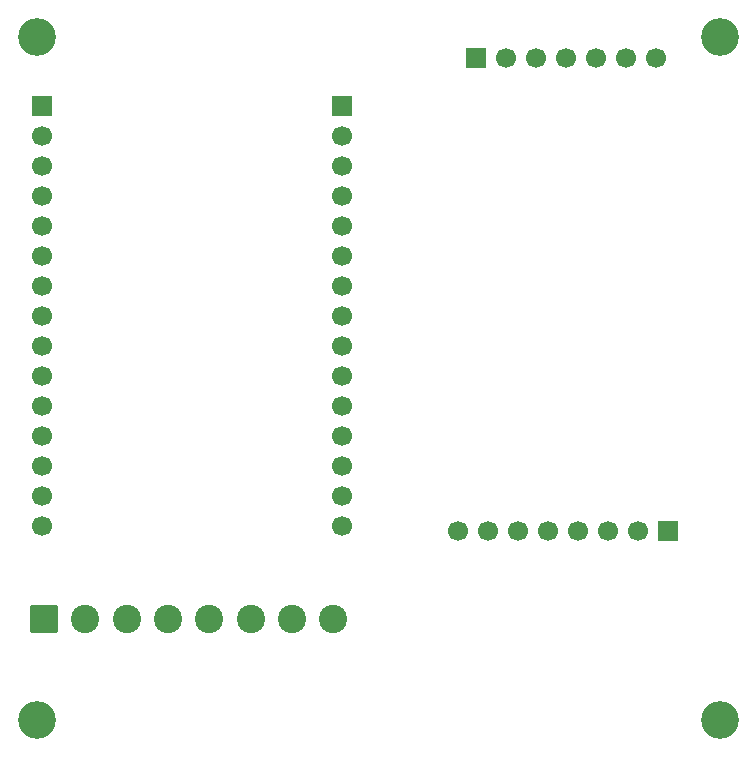
<source format=gts>
%TF.GenerationSoftware,KiCad,Pcbnew,9.0.5*%
%TF.CreationDate,2025-12-28T15:22:45+02:00*%
%TF.ProjectId,base-schematic-02,62617365-2d73-4636-9865-6d617469632d,rev?*%
%TF.SameCoordinates,Original*%
%TF.FileFunction,Soldermask,Top*%
%TF.FilePolarity,Negative*%
%FSLAX46Y46*%
G04 Gerber Fmt 4.6, Leading zero omitted, Abs format (unit mm)*
G04 Created by KiCad (PCBNEW 9.0.5) date 2025-12-28 15:22:45*
%MOMM*%
%LPD*%
G01*
G04 APERTURE LIST*
G04 Aperture macros list*
%AMRoundRect*
0 Rectangle with rounded corners*
0 $1 Rounding radius*
0 $2 $3 $4 $5 $6 $7 $8 $9 X,Y pos of 4 corners*
0 Add a 4 corners polygon primitive as box body*
4,1,4,$2,$3,$4,$5,$6,$7,$8,$9,$2,$3,0*
0 Add four circle primitives for the rounded corners*
1,1,$1+$1,$2,$3*
1,1,$1+$1,$4,$5*
1,1,$1+$1,$6,$7*
1,1,$1+$1,$8,$9*
0 Add four rect primitives between the rounded corners*
20,1,$1+$1,$2,$3,$4,$5,0*
20,1,$1+$1,$4,$5,$6,$7,0*
20,1,$1+$1,$6,$7,$8,$9,0*
20,1,$1+$1,$8,$9,$2,$3,0*%
G04 Aperture macros list end*
%ADD10R,1.700000X1.700000*%
%ADD11C,1.700000*%
%ADD12C,3.200000*%
%ADD13RoundRect,0.250001X-0.949999X-0.949999X0.949999X-0.949999X0.949999X0.949999X-0.949999X0.949999X0*%
%ADD14C,2.400000*%
G04 APERTURE END LIST*
D10*
%TO.C,J2*%
X79400000Y-59460000D03*
D11*
X79400000Y-62000000D03*
X79400000Y-64540000D03*
X79400000Y-67080000D03*
X79400000Y-69620000D03*
X79400000Y-72160000D03*
X79400000Y-74700000D03*
X79400000Y-77240000D03*
X79400000Y-79780000D03*
X79400000Y-82320000D03*
X79400000Y-84860000D03*
X79400000Y-87400000D03*
X79400000Y-89940000D03*
X79400000Y-92480000D03*
X79400000Y-95020000D03*
%TD*%
D10*
%TO.C,J1*%
X54000000Y-59460000D03*
D11*
X54000000Y-62000000D03*
X54000000Y-64540000D03*
X54000000Y-67080000D03*
X54000000Y-69620000D03*
X54000000Y-72160000D03*
X54000000Y-74700000D03*
X54000000Y-77240000D03*
X54000000Y-79780000D03*
X54000000Y-82320000D03*
X54000000Y-84860000D03*
X54000000Y-87400000D03*
X54000000Y-89940000D03*
X54000000Y-92480000D03*
X54000000Y-95020000D03*
%TD*%
D12*
%TO.C,H1*%
X53600000Y-53600000D03*
%TD*%
D10*
%TO.C,J3-DAC1*%
X90750000Y-55325000D03*
D11*
X93290000Y-55325000D03*
X95830000Y-55325000D03*
X98370000Y-55325000D03*
X100910000Y-55325000D03*
X103450000Y-55325000D03*
X105990000Y-55325000D03*
%TD*%
D12*
%TO.C,H4*%
X53600000Y-111400000D03*
%TD*%
D13*
%TO.C,J4*%
X54200000Y-102875000D03*
D14*
X57700000Y-102875000D03*
X61200000Y-102875000D03*
X64700000Y-102875000D03*
X68200000Y-102875000D03*
X71700000Y-102875000D03*
X75200000Y-102875000D03*
X78700000Y-102875000D03*
%TD*%
D12*
%TO.C,H3*%
X111410000Y-111420000D03*
%TD*%
%TO.C,H2*%
X111400000Y-53600000D03*
%TD*%
D10*
%TO.C,J4-IMU1*%
X107009138Y-95394959D03*
D11*
X104469138Y-95394959D03*
X101929138Y-95394959D03*
X99389138Y-95394959D03*
X96849138Y-95394959D03*
X94309138Y-95394959D03*
X91769138Y-95394959D03*
X89229138Y-95394959D03*
%TD*%
M02*

</source>
